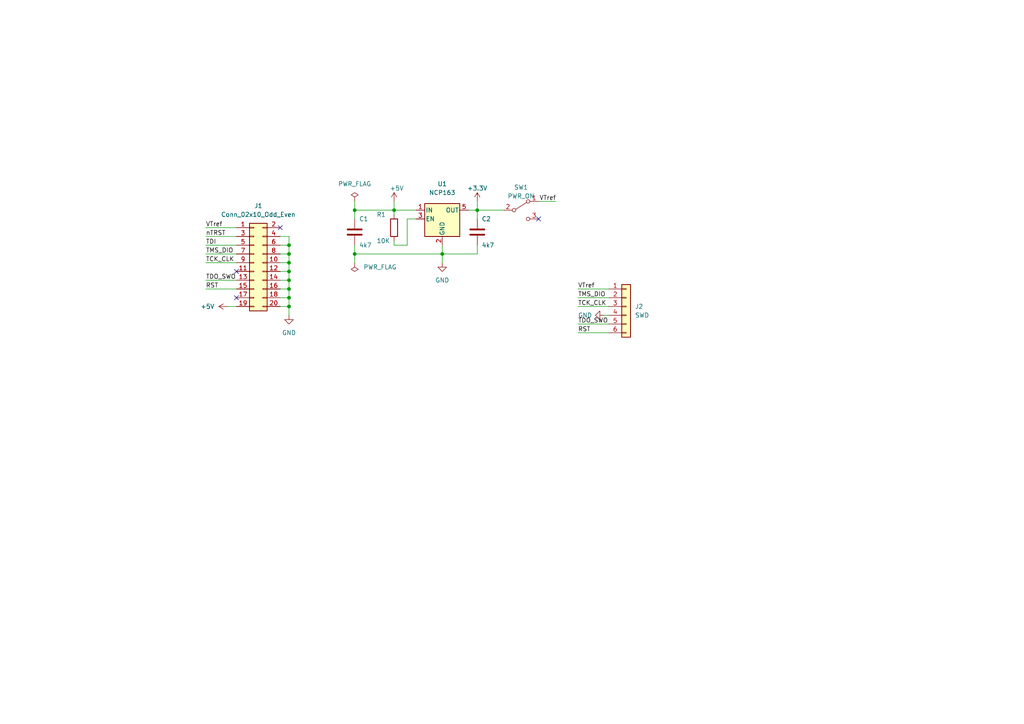
<source format=kicad_sch>
(kicad_sch (version 20211123) (generator eeschema)
  (paper "A4")
  (lib_symbols
    (symbol "Connector_Generic:Conn_01x06" (pin_names (offset 1.016) hide)
      (property "Reference" "J" (at 0 7.62 0))
      (property "Value" "Conn_01x06" (at 0 -10.16 0))
      (symbol "Conn_01x06_1_1"
        (rectangle (start -1.27 -7.493) (end 0 -7.747) (stroke (width 0.1524)))
        (rectangle (start -1.27 -4.953) (end 0 -5.207) (stroke (width 0.1524)))
        (rectangle (start -1.27 -2.413) (end 0 -2.667) (stroke (width 0.1524)))
        (rectangle (start -1.27 0.127) (end 0 -0.127) (stroke (width 0.1524)))
        (rectangle (start -1.27 2.667) (end 0 2.413) (stroke (width 0.1524)))
        (rectangle (start -1.27 5.207) (end 0 4.953) (stroke (width 0.1524)))
        (rectangle (start -1.27 6.35) (end 1.27 -8.89) (stroke (width 0.254)) (fill (type background)))
        (pin passive line (at -5.08 5.08 0) (length 3.81) (name "Pin_1") (number "1"))
        (pin passive line (at -5.08 2.54 0) (length 3.81) (name "Pin_2") (number "2"))
        (pin passive line (at -5.08 0 0) (length 3.81) (name "Pin_3") (number "3"))
        (pin passive line (at -5.08 -2.54 0) (length 3.81) (name "Pin_4") (number "4"))
        (pin passive line (at -5.08 -5.08 0) (length 3.81) (name "Pin_5") (number "5"))
        (pin passive line (at -5.08 -7.62 0) (length 3.81) (name "Pin_6") (number "6"))
      )
    )
    (symbol "Connector_Generic:Conn_02x10_Odd_Even" (pin_names (offset 1.016) hide)
      (property "Reference" "J" (at 1.27 12.7 0))
      (property "Value" "Conn_02x10_Odd_Even" (at 1.27 -15.24 0))
      (symbol "Conn_02x10_Odd_Even_1_1"
        (rectangle (start -1.27 -12.573) (end 0 -12.827) (stroke (width 0.1524)))
        (rectangle (start -1.27 -10.033) (end 0 -10.287) (stroke (width 0.1524)))
        (rectangle (start -1.27 -7.493) (end 0 -7.747) (stroke (width 0.1524)))
        (rectangle (start -1.27 -4.953) (end 0 -5.207) (stroke (width 0.1524)))
        (rectangle (start -1.27 -2.413) (end 0 -2.667) (stroke (width 0.1524)))
        (rectangle (start -1.27 0.127) (end 0 -0.127) (stroke (width 0.1524)))
        (rectangle (start -1.27 2.667) (end 0 2.413) (stroke (width 0.1524)))
        (rectangle (start -1.27 5.207) (end 0 4.953) (stroke (width 0.1524)))
        (rectangle (start -1.27 7.747) (end 0 7.493) (stroke (width 0.1524)))
        (rectangle (start -1.27 10.287) (end 0 10.033) (stroke (width 0.1524)))
        (rectangle (start -1.27 11.43) (end 3.81 -13.97) (stroke (width 0.254)) (fill (type background)))
        (rectangle (start 3.81 -12.573) (end 2.54 -12.827) (stroke (width 0.1524)))
        (rectangle (start 3.81 -10.033) (end 2.54 -10.287) (stroke (width 0.1524)))
        (rectangle (start 3.81 -7.493) (end 2.54 -7.747) (stroke (width 0.1524)))
        (rectangle (start 3.81 -4.953) (end 2.54 -5.207) (stroke (width 0.1524)))
        (rectangle (start 3.81 -2.413) (end 2.54 -2.667) (stroke (width 0.1524)))
        (rectangle (start 3.81 0.127) (end 2.54 -0.127) (stroke (width 0.1524)))
        (rectangle (start 3.81 2.667) (end 2.54 2.413) (stroke (width 0.1524)))
        (rectangle (start 3.81 5.207) (end 2.54 4.953) (stroke (width 0.1524)))
        (rectangle (start 3.81 7.747) (end 2.54 7.493) (stroke (width 0.1524)))
        (rectangle (start 3.81 10.287) (end 2.54 10.033) (stroke (width 0.1524)))
        (pin passive line (at -5.08 10.16 0) (length 3.81) (name "Pin_1") (number "1"))
        (pin passive line (at 7.62 0 180) (length 3.81) (name "Pin_10") (number "10"))
        (pin passive line (at -5.08 -2.54 0) (length 3.81) (name "Pin_11") (number "11"))
        (pin passive line (at 7.62 -2.54 180) (length 3.81) (name "Pin_12") (number "12"))
        (pin passive line (at -5.08 -5.08 0) (length 3.81) (name "Pin_13") (number "13"))
        (pin passive line (at 7.62 -5.08 180) (length 3.81) (name "Pin_14") (number "14"))
        (pin passive line (at -5.08 -7.62 0) (length 3.81) (name "Pin_15") (number "15"))
        (pin passive line (at 7.62 -7.62 180) (length 3.81) (name "Pin_16") (number "16"))
        (pin passive line (at -5.08 -10.16 0) (length 3.81) (name "Pin_17") (number "17"))
        (pin passive line (at 7.62 -10.16 180) (length 3.81) (name "Pin_18") (number "18"))
        (pin passive line (at -5.08 -12.7 0) (length 3.81) (name "Pin_19") (number "19"))
        (pin passive line (at 7.62 10.16 180) (length 3.81) (name "Pin_2") (number "2"))
        (pin passive line (at 7.62 -12.7 180) (length 3.81) (name "Pin_20") (number "20"))
        (pin passive line (at -5.08 7.62 0) (length 3.81) (name "Pin_3") (number "3"))
        (pin passive line (at 7.62 7.62 180) (length 3.81) (name "Pin_4") (number "4"))
        (pin passive line (at -5.08 5.08 0) (length 3.81) (name "Pin_5") (number "5"))
        (pin passive line (at 7.62 5.08 180) (length 3.81) (name "Pin_6") (number "6"))
        (pin passive line (at -5.08 2.54 0) (length 3.81) (name "Pin_7") (number "7"))
        (pin passive line (at 7.62 2.54 180) (length 3.81) (name "Pin_8") (number "8"))
        (pin passive line (at -5.08 0 0) (length 3.81) (name "Pin_9") (number "9"))
      )
    )
    (symbol "Device:C" (pin_numbers hide) (pin_names (offset 0.254))
      (property "Reference" "C" (at 0.635 2.54 0))
      (property "Value" "C" (at 0.635 -2.54 0))
      (symbol "C_0_1"
        (polyline (pts (xy -2.032 -0.762) (xy 2.032 -0.762)) (stroke (width 0.508)))
        (polyline (pts (xy -2.032 0.762) (xy 2.032 0.762)) (stroke (width 0.508)))
      )
      (symbol "C_1_1"
        (pin passive line (at 0 3.81 270) (length 2.794) (name "~") (number "1"))
        (pin passive line (at 0 -3.81 90) (length 2.794) (name "~") (number "2"))
      )
    )
    (symbol "Device:R" (pin_numbers hide) (pin_names (offset 0))
      (property "Reference" "R" (at 2.032 0 90))
      (property "Value" "R" (at 0 0 90))
      (symbol "R_0_1"
        (rectangle (start -1.016 -2.54) (end 1.016 2.54) (stroke (width 0.254)))
      )
      (symbol "R_1_1"
        (pin passive line (at 0 3.81 270) (length 1.27) (name "~") (number "1"))
        (pin passive line (at 0 -3.81 90) (length 1.27) (name "~") (number "2"))
      )
    )
    (symbol "Regulator_Linear:TLV70012_SOT23-5" (pin_names (offset 0.254))
      (property "Reference" "U" (at -3.81 5.715 0))
      (property "Value" "TLV70012_SOT23-5" (at 0 5.715 0))
      (symbol "TLV70012_SOT23-5_0_1"
        (rectangle (start -5.08 4.445) (end 5.08 -5.08) (stroke (width 0.254)) (fill (type background)))
      )
      (symbol "TLV70012_SOT23-5_1_1"
        (pin power_in line (at -7.62 2.54 0) (length 2.54) (name "IN") (number "1"))
        (pin power_in line (at 0 -7.62 90) (length 2.54) (name "GND") (number "2"))
        (pin input line (at -7.62 0 0) (length 2.54) (name "EN") (number "3"))
        (pin no_connect line (at 5.08 0 180) (length 2.54) hide (name "NC") (number "4"))
        (pin power_out line (at 7.62 2.54 180) (length 2.54) (name "OUT") (number "5"))
      )
    )
    (symbol "Switch:SW_SPDT" (pin_names (offset 0) hide)
      (property "Reference" "SW" (at 0 4.318 0))
      (property "Value" "SW_SPDT" (at 0 -5.08 0))
      (symbol "SW_SPDT_0_0"
        (circle (center -2.032 0) (radius 0.508))
        (circle (center 2.032 -2.54) (radius 0.508))
      )
      (symbol "SW_SPDT_0_1"
        (polyline (pts (xy -1.524 0.254) (xy 1.651 2.286)))
        (circle (center 2.032 2.54) (radius 0.508))
      )
      (symbol "SW_SPDT_1_1"
        (pin passive line (at 5.08 2.54 180) (length 2.54) (name "A") (number "1"))
        (pin passive line (at -5.08 0 0) (length 2.54) (name "B") (number "2"))
        (pin passive line (at 5.08 -2.54 180) (length 2.54) (name "C") (number "3"))
      )
    )
    (symbol "power:+3.3V" (power) (pin_names (offset 0))
      (property "Value" "+3.3V" (at 0 3.556 0))
      (symbol "+3.3V_0_1"
        (polyline (pts (xy -0.762 1.27) (xy 0 2.54)))
        (polyline (pts (xy 0 0) (xy 0 2.54)))
        (polyline (pts (xy 0 2.54) (xy 0.762 1.27)))
      )
      (symbol "+3.3V_1_1"
        (pin power_in line (at 0 0 90) (length 0) hide (name "+3.3V") (number "1"))
      )
    )
    (symbol "power:+5V" (power) (pin_names (offset 0))
      (property "Value" "+5V" (at 0 3.556 0))
      (symbol "+5V_0_1"
        (polyline (pts (xy -0.762 1.27) (xy 0 2.54)))
        (polyline (pts (xy 0 0) (xy 0 2.54)))
        (polyline (pts (xy 0 2.54) (xy 0.762 1.27)))
      )
      (symbol "+5V_1_1"
        (pin power_in line (at 0 0 90) (length 0) hide (name "+5V") (number "1"))
      )
    )
    (symbol "power:GND" (power) (pin_names (offset 0))
      (property "Value" "GND" (at 0 -3.81 0))
      (symbol "GND_0_1"
        (polyline (pts (xy 0 0) (xy 0 -1.27) (xy 1.27 -1.27) (xy 0 -2.54) (xy -1.27 -1.27) (xy 0 -1.27)))
      )
      (symbol "GND_1_1"
        (pin power_in line (at 0 0 270) (length 0) hide (name "GND") (number "1"))
      )
    )
    (symbol "power:PWR_FLAG" (power) (pin_numbers hide) (pin_names (offset 0) hide)
      (property "Value" "PWR_FLAG" (at 0 3.81 0))
      (symbol "PWR_FLAG_0_0"
        (pin power_out line (at 0 0 90) (length 0) (name "pwr") (number "1"))
      )
      (symbol "PWR_FLAG_0_1"
        (polyline (pts (xy 0 0) (xy 0 1.27) (xy -1.016 1.905) (xy 0 2.54) (xy 1.016 1.905) (xy 0 1.27)))
      )
    )
  )
  (junction (at 83.82 88.9))
  (junction (at 102.87 60.96))
  (junction (at 83.82 78.74))
  (junction (at 83.82 86.36))
  (junction (at 83.82 81.28))
  (junction (at 114.3 60.96))
  (junction (at 83.82 73.66))
  (junction (at 102.87 73.66))
  (junction (at 83.82 83.82))
  (junction (at 83.82 71.12))
  (junction (at 83.82 76.2))
  (junction (at 128.27 73.66))
  (junction (at 138.43 60.96))
  (no_connect (at 81.28 66.04))
  (no_connect (at 68.58 86.36))
  (no_connect (at 68.58 78.74))
  (no_connect (at 156.21 63.5))
  (wire (pts (xy 128.27 73.66) (xy 128.27 76.2)))
  (wire (pts (xy 128.27 73.66) (xy 102.87 73.66)))
  (wire (pts (xy 167.64 86.36) (xy 176.53 86.36)))
  (wire (pts (xy 167.64 96.52) (xy 176.53 96.52)))
  (wire (pts (xy 59.69 83.82) (xy 68.58 83.82)))
  (wire (pts (xy 114.3 58.42) (xy 114.3 60.96)))
  (wire (pts (xy 138.43 60.96) (xy 138.43 63.5)))
  (wire (pts (xy 175.26 91.44) (xy 176.53 91.44)))
  (wire (pts (xy 135.89 60.96) (xy 138.43 60.96)))
  (wire (pts (xy 59.69 68.58) (xy 68.58 68.58)))
  (wire (pts (xy 138.43 71.12) (xy 138.43 73.66)))
  (wire (pts (xy 59.69 73.66) (xy 68.58 73.66)))
  (wire (pts (xy 102.87 58.42) (xy 102.87 60.96)))
  (wire (pts (xy 83.82 71.12) (xy 83.82 68.58)))
  (wire (pts (xy 83.82 78.74) (xy 83.82 76.2)))
  (wire (pts (xy 167.64 88.9) (xy 176.53 88.9)))
  (wire (pts (xy 102.87 73.66) (xy 102.87 76.2)))
  (wire (pts (xy 102.87 60.96) (xy 102.87 63.5)))
  (wire (pts (xy 167.64 93.98) (xy 176.53 93.98)))
  (wire (pts (xy 114.3 69.85) (xy 114.3 71.12)))
  (wire (pts (xy 138.43 73.66) (xy 128.27 73.66)))
  (wire (pts (xy 114.3 71.12) (xy 118.11 71.12)))
  (wire (pts (xy 83.82 88.9) (xy 83.82 86.36)))
  (wire (pts (xy 59.69 76.2) (xy 68.58 76.2)))
  (wire (pts (xy 81.28 71.12) (xy 83.82 71.12)))
  (wire (pts (xy 167.64 83.82) (xy 176.53 83.82)))
  (wire (pts (xy 128.27 71.12) (xy 128.27 73.66)))
  (wire (pts (xy 81.28 86.36) (xy 83.82 86.36)))
  (wire (pts (xy 59.69 81.28) (xy 68.58 81.28)))
  (wire (pts (xy 81.28 83.82) (xy 83.82 83.82)))
  (wire (pts (xy 83.82 73.66) (xy 83.82 71.12)))
  (wire (pts (xy 81.28 88.9) (xy 83.82 88.9)))
  (wire (pts (xy 83.82 68.58) (xy 81.28 68.58)))
  (wire (pts (xy 83.82 83.82) (xy 83.82 81.28)))
  (wire (pts (xy 81.28 81.28) (xy 83.82 81.28)))
  (wire (pts (xy 81.28 78.74) (xy 83.82 78.74)))
  (wire (pts (xy 83.82 76.2) (xy 83.82 73.66)))
  (wire (pts (xy 83.82 86.36) (xy 83.82 83.82)))
  (wire (pts (xy 156.21 58.42) (xy 161.29 58.42)))
  (wire (pts (xy 83.82 91.44) (xy 83.82 88.9)))
  (wire (pts (xy 59.69 71.12) (xy 68.58 71.12)))
  (wire (pts (xy 138.43 60.96) (xy 146.05 60.96)))
  (wire (pts (xy 138.43 60.96) (xy 138.43 58.42)))
  (wire (pts (xy 118.11 63.5) (xy 120.65 63.5)))
  (wire (pts (xy 66.04 88.9) (xy 68.58 88.9)))
  (wire (pts (xy 83.82 81.28) (xy 83.82 78.74)))
  (wire (pts (xy 102.87 71.12) (xy 102.87 73.66)))
  (wire (pts (xy 114.3 60.96) (xy 102.87 60.96)))
  (wire (pts (xy 114.3 60.96) (xy 114.3 62.23)))
  (wire (pts (xy 81.28 76.2) (xy 83.82 76.2)))
  (wire (pts (xy 114.3 60.96) (xy 120.65 60.96)))
  (wire (pts (xy 59.69 66.04) (xy 68.58 66.04)))
  (wire (pts (xy 118.11 71.12) (xy 118.11 63.5)))
  (wire (pts (xy 81.28 73.66) (xy 83.82 73.66)))
  (label "TDO_SWO" (at 59.69 81.28 0))
  (label "VTref" (at 59.69 66.04 0))
  (label "TDI" (at 59.69 71.12 0))
  (label "RST" (at 59.69 83.82 0))
  (label "VTref" (at 161.29 58.42 180))
  (label "TMS_DIO" (at 59.69 73.66 0))
  (label "TDO_SWO" (at 167.64 93.98 0))
  (label "RST" (at 167.64 96.52 0))
  (label "VTref" (at 167.64 83.82 0))
  (label "TMS_DIO" (at 167.64 86.36 0))
  (label "TCK_CLK" (at 167.64 88.9 0))
  (label "TCK_CLK" (at 59.69 76.2 0))
  (label "nTRST" (at 59.69 68.58 0))
  (symbol (lib_id "power:PWR_FLAG") (at 102.87 76.2 180) (unit 1)
    (property "Reference" "#FLG02" (effects hide))
    (property "Value" "PWR_FLAG" (at 105.41 77.4699 0) (effects (justify right)))
  )
  (symbol (lib_id "Device:R") (at 114.3 66.04 0) (unit 1)
    (property "Reference" "R1" (at 109.22 62.23 0) (effects (justify left)))
    (property "Value" "10K" (at 109.22 69.85 0) (effects (justify left)))
    (property "Footprint" "Resistor_SMD:R_0603_1608Metric_Pad0.98x0.95mm_HandSolder" (effects hide))
  )
  (symbol (lib_id "Switch:SW_SPDT") (at 151.13 60.96 0) (unit 1)
    (property "Reference" "SW1" (at 151.13 54.3392 0))
    (property "Value" "PWR_ON" (at 151.13 56.8761 0))
    (property "Footprint" "Button_Switch_SMD:SW_SPDT_PCM12" (effects hide))
  )
  (symbol (lib_id "power:+5V") (at 66.04 88.9 90) (unit 1)
    (property "Reference" "#PWR01" (effects hide))
    (property "Value" "+5V" (at 62.23 88.8999 90) (effects (justify left)))
  )
  (symbol (lib_id "Device:C") (at 102.87 67.31 0) (unit 1)
    (property "Reference" "C1" (at 104.14 63.5 0) (effects (justify left)))
    (property "Value" "4k7" (at 104.14 71.12 0) (effects (justify left)))
    (property "Footprint" "Capacitor_SMD:C_0603_1608Metric_Pad1.08x0.95mm_HandSolder" (effects hide))
  )
  (symbol (lib_id "Regulator_Linear:TLV70012_SOT23-5") (at 128.27 63.5 0) (unit 1)
    (property "Reference" "U1" (at 128.27 53.34 0))
    (property "Value" "NCP163" (at 128.27 55.88 0))
    (property "Footprint" "Package_TO_SOT_SMD:SOT-23-5" (effects hide))
  )
  (symbol (lib_id "Device:C") (at 138.43 67.31 0) (unit 1)
    (property "Reference" "C2" (at 139.7 63.5 0) (effects (justify left)))
    (property "Value" "4k7" (at 139.7 71.12 0) (effects (justify left)))
    (property "Footprint" "Capacitor_SMD:C_0603_1608Metric_Pad1.08x0.95mm_HandSolder" (effects hide))
  )
  (symbol (lib_id "power:+5V") (at 114.3 58.42 0) (unit 1)
    (property "Reference" "#PWR03" (effects hide))
    (property "Value" "+5V" (at 113.03 54.61 0) (effects (justify left)))
  )
  (symbol (lib_id "power:GND") (at 83.82 91.44 0) (unit 1)
    (property "Reference" "#PWR02" (effects hide))
    (property "Value" "GND" (at 83.82 96.52 0))
  )
  (symbol (lib_id "power:PWR_FLAG") (at 102.87 58.42 0) (unit 1)
    (property "Reference" "#FLG01" (effects hide))
    (property "Value" "PWR_FLAG" (at 102.87 53.34 0))
  )
  (symbol (lib_id "power:GND") (at 128.27 76.2 0) (unit 1)
    (property "Reference" "#PWR04" (effects hide))
    (property "Value" "GND" (at 128.27 81.28 0))
  )
  (symbol (lib_id "Connector_Generic:Conn_02x10_Odd_Even") (at 73.66 76.2 0) (unit 1)
    (property "Reference" "J1" (at 74.93 59.69 0))
    (property "Value" "Conn_02x10_Odd_Even" (at 74.93 62.23 0))
    (property "Footprint" "Connector_PinSocket_2.54mm:PinSocket_2x10_P2.54mm_Horizontal" (effects hide))
  )
  (symbol (lib_id "power:GND") (at 175.26 91.44 270) (mirror x) (unit 1)
    (property "Reference" "#PWR07" (effects hide))
    (property "Value" "GND" (at 167.64 91.44 90) (effects (justify left)))
  )
  (symbol (lib_id "power:+3.3V") (at 138.43 58.42 0) (unit 1)
    (property "Reference" "#PWR05" (effects hide))
    (property "Value" "+3.3V" (at 138.43 54.61 0))
  )
  (symbol (lib_id "Connector_Generic:Conn_01x06") (at 181.61 88.9 0) (unit 1)
    (property "Reference" "J2" (at 184.15 88.8999 0) (effects (justify left)))
    (property "Value" "SWD" (at 184.15 91.4399 0) (effects (justify left)))
    (property "Footprint" "Connector_PinHeader_2.54mm:PinHeader_1x06_P2.54mm_Horizontal" (effects hide))
  )
)
</source>
